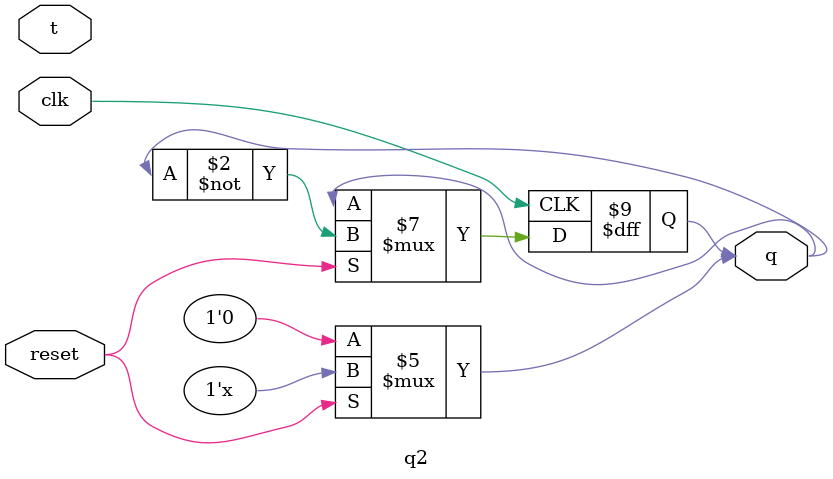
<source format=v>
module q2(t,clk,reset,q);
    input t,clk,reset;
    output reg q;
    always @(negedge clk)
        if (reset)
            q <= ~q;

    always @(reset)
        if (!reset)
            q <= 0;

endmodule

</source>
